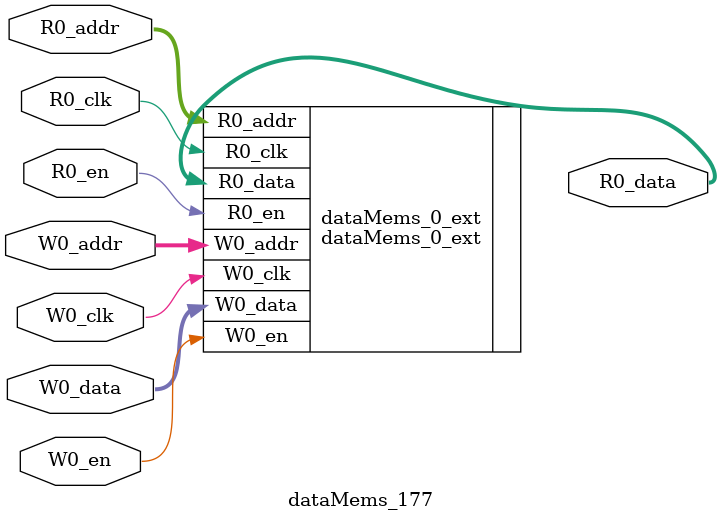
<source format=sv>
`ifndef RANDOMIZE
  `ifdef RANDOMIZE_REG_INIT
    `define RANDOMIZE
  `endif // RANDOMIZE_REG_INIT
`endif // not def RANDOMIZE
`ifndef RANDOMIZE
  `ifdef RANDOMIZE_MEM_INIT
    `define RANDOMIZE
  `endif // RANDOMIZE_MEM_INIT
`endif // not def RANDOMIZE

`ifndef RANDOM
  `define RANDOM $random
`endif // not def RANDOM

// Users can define 'PRINTF_COND' to add an extra gate to prints.
`ifndef PRINTF_COND_
  `ifdef PRINTF_COND
    `define PRINTF_COND_ (`PRINTF_COND)
  `else  // PRINTF_COND
    `define PRINTF_COND_ 1
  `endif // PRINTF_COND
`endif // not def PRINTF_COND_

// Users can define 'ASSERT_VERBOSE_COND' to add an extra gate to assert error printing.
`ifndef ASSERT_VERBOSE_COND_
  `ifdef ASSERT_VERBOSE_COND
    `define ASSERT_VERBOSE_COND_ (`ASSERT_VERBOSE_COND)
  `else  // ASSERT_VERBOSE_COND
    `define ASSERT_VERBOSE_COND_ 1
  `endif // ASSERT_VERBOSE_COND
`endif // not def ASSERT_VERBOSE_COND_

// Users can define 'STOP_COND' to add an extra gate to stop conditions.
`ifndef STOP_COND_
  `ifdef STOP_COND
    `define STOP_COND_ (`STOP_COND)
  `else  // STOP_COND
    `define STOP_COND_ 1
  `endif // STOP_COND
`endif // not def STOP_COND_

// Users can define INIT_RANDOM as general code that gets injected into the
// initializer block for modules with registers.
`ifndef INIT_RANDOM
  `define INIT_RANDOM
`endif // not def INIT_RANDOM

// If using random initialization, you can also define RANDOMIZE_DELAY to
// customize the delay used, otherwise 0.002 is used.
`ifndef RANDOMIZE_DELAY
  `define RANDOMIZE_DELAY 0.002
`endif // not def RANDOMIZE_DELAY

// Define INIT_RANDOM_PROLOG_ for use in our modules below.
`ifndef INIT_RANDOM_PROLOG_
  `ifdef RANDOMIZE
    `ifdef VERILATOR
      `define INIT_RANDOM_PROLOG_ `INIT_RANDOM
    `else  // VERILATOR
      `define INIT_RANDOM_PROLOG_ `INIT_RANDOM #`RANDOMIZE_DELAY begin end
    `endif // VERILATOR
  `else  // RANDOMIZE
    `define INIT_RANDOM_PROLOG_
  `endif // RANDOMIZE
`endif // not def INIT_RANDOM_PROLOG_

// Include register initializers in init blocks unless synthesis is set
`ifndef SYNTHESIS
  `ifndef ENABLE_INITIAL_REG_
    `define ENABLE_INITIAL_REG_
  `endif // not def ENABLE_INITIAL_REG_
`endif // not def SYNTHESIS

// Include rmemory initializers in init blocks unless synthesis is set
`ifndef SYNTHESIS
  `ifndef ENABLE_INITIAL_MEM_
    `define ENABLE_INITIAL_MEM_
  `endif // not def ENABLE_INITIAL_MEM_
`endif // not def SYNTHESIS

module dataMems_177(	// @[generators/ara/src/main/scala/UnsafeAXI4ToTL.scala:365:62]
  input  [4:0]   R0_addr,
  input          R0_en,
  input          R0_clk,
  output [130:0] R0_data,
  input  [4:0]   W0_addr,
  input          W0_en,
  input          W0_clk,
  input  [130:0] W0_data
);

  dataMems_0_ext dataMems_0_ext (	// @[generators/ara/src/main/scala/UnsafeAXI4ToTL.scala:365:62]
    .R0_addr (R0_addr),
    .R0_en   (R0_en),
    .R0_clk  (R0_clk),
    .R0_data (R0_data),
    .W0_addr (W0_addr),
    .W0_en   (W0_en),
    .W0_clk  (W0_clk),
    .W0_data (W0_data)
  );
endmodule


</source>
